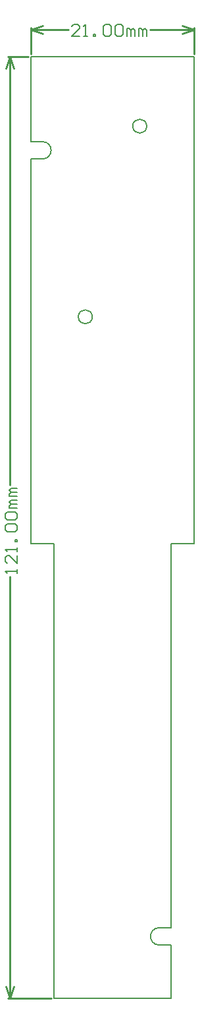
<source format=gko>
%FSLAX25Y25*%
%MOIN*%
G70*
G01*
G75*
G04 Layer_Color=16711935*
%ADD10R,0.03150X0.03937*%
%ADD11R,0.03937X0.03150*%
%ADD12R,0.04724X0.03937*%
%ADD13R,0.01575X0.03937*%
%ADD14R,0.03150X0.03543*%
%ADD15R,0.03150X0.03543*%
%ADD16R,0.02400X0.05906*%
%ADD17R,0.12402X0.08898*%
%ADD18R,0.03937X0.04724*%
%ADD19C,0.05906*%
%ADD20R,0.15748X0.05118*%
%ADD21R,0.03150X0.02559*%
%ADD22R,0.00787X0.02362*%
%ADD23R,0.00787X0.03150*%
%ADD24R,0.02362X0.00787*%
%ADD25R,0.03150X0.00787*%
%ADD26R,0.05118X0.05118*%
%ADD27O,0.01969X0.07874*%
%ADD28R,0.01969X0.07874*%
%ADD29R,0.05906X0.03937*%
%ADD30R,0.05906X0.12992*%
%ADD31R,0.01063X0.07874*%
%ADD32R,0.02362X0.07874*%
%ADD33C,0.01575*%
%ADD34C,0.01000*%
%ADD35C,0.03937*%
%ADD36C,0.00787*%
%ADD37C,0.01181*%
%ADD38R,0.05906X0.05906*%
%ADD39R,0.05906X0.05906*%
%ADD40C,0.01969*%
%ADD41C,0.03150*%
%ADD42C,0.02756*%
%ADD43C,0.00197*%
%ADD44C,0.00500*%
%ADD45C,0.00984*%
%ADD46C,0.00600*%
%ADD47C,0.00709*%
%ADD48C,0.00591*%
%ADD49C,0.00492*%
%ADD50R,0.03950X0.04737*%
%ADD51R,0.04737X0.03950*%
%ADD52R,0.05524X0.04737*%
%ADD53R,0.02375X0.04737*%
%ADD54R,0.03950X0.04343*%
%ADD55R,0.03950X0.04343*%
%ADD56R,0.03200X0.06706*%
%ADD57R,0.13202X0.09698*%
%ADD58R,0.04737X0.05524*%
%ADD59C,0.06706*%
%ADD60R,0.16548X0.05918*%
%ADD61R,0.03950X0.03359*%
%ADD62R,0.01587X0.03162*%
%ADD63R,0.01587X0.03950*%
%ADD64R,0.03162X0.01587*%
%ADD65R,0.03950X0.01587*%
%ADD66R,0.05918X0.05918*%
%ADD67O,0.02769X0.08674*%
%ADD68R,0.02769X0.08674*%
%ADD69R,0.06706X0.04737*%
%ADD70R,0.06706X0.13792*%
%ADD71R,0.01863X0.08674*%
%ADD72R,0.03162X0.08674*%
%ADD73R,0.06706X0.06706*%
%ADD74R,0.06706X0.06706*%
%ADD75C,0.02769*%
%ADD76C,0.03950*%
%ADD77C,0.03556*%
D34*
X82677Y1394D02*
Y14937D01*
X0Y1394D02*
Y14937D01*
X60333Y13937D02*
X82677D01*
X0D02*
X19145D01*
X76677Y15937D02*
X82677Y13937D01*
X76677Y11937D02*
X82677Y13937D01*
X0D02*
X6000Y11937D01*
X0Y13937D02*
X6000Y15937D01*
X-11551Y-476378D02*
X10417D01*
X-11551Y0D02*
X-1394D01*
X-10551Y-476378D02*
Y-262882D01*
Y-216696D02*
Y0D01*
Y-476378D02*
X-8551Y-470378D01*
X-12551D02*
X-10551Y-476378D01*
X-12551Y-6000D02*
X-10551Y0D01*
X-8551Y-6000D01*
D36*
X58662Y-35039D02*
G03*
X58662Y-35039I-3543J0D01*
G01*
X31102Y-131496D02*
G03*
X31102Y-131496I-3543J0D01*
G01*
X5906Y-51575D02*
G03*
X5906Y-42913I0J4331D01*
G01*
X64961Y-440551D02*
G03*
X64961Y-449213I0J-4331D01*
G01*
X0Y0D02*
X82677D01*
X0Y-42913D02*
Y0D01*
X82677Y-246063D02*
Y0D01*
X0Y-42913D02*
X5906D01*
X0Y-51575D02*
X5906D01*
X0Y-246063D02*
Y-51575D01*
Y-246063D02*
X11811D01*
Y-476378D02*
Y-246063D01*
Y-476378D02*
X70866D01*
X70866D02*
Y-449213D01*
X64961D02*
X70866D01*
X64961Y-440551D02*
X70866D01*
Y-246063D01*
X82677D01*
D46*
X24744Y10338D02*
X20745D01*
X24744Y14337D01*
Y15336D01*
X23744Y16336D01*
X21744D01*
X20745Y15336D01*
X26743Y10338D02*
X28742D01*
X27742D01*
Y16336D01*
X26743Y15336D01*
X31741Y10338D02*
Y11338D01*
X32741D01*
Y10338D01*
X31741D01*
X36740Y15336D02*
X37739Y16336D01*
X39739D01*
X40738Y15336D01*
Y11338D01*
X39739Y10338D01*
X37739D01*
X36740Y11338D01*
Y15336D01*
X42738D02*
X43737Y16336D01*
X45737D01*
X46736Y15336D01*
Y11338D01*
X45737Y10338D01*
X43737D01*
X42738Y11338D01*
Y15336D01*
X48736Y10338D02*
Y14337D01*
X49735D01*
X50735Y13337D01*
Y10338D01*
Y13337D01*
X51735Y14337D01*
X52734Y13337D01*
Y10338D01*
X54734D02*
Y14337D01*
X55733D01*
X56733Y13337D01*
Y10338D01*
Y13337D01*
X57733Y14337D01*
X58732Y13337D01*
Y10338D01*
X-6952Y-261282D02*
Y-259283D01*
Y-260282D01*
X-12950D01*
X-11951Y-261282D01*
X-6952Y-252285D02*
Y-256284D01*
X-10951Y-252285D01*
X-11951D01*
X-12950Y-253285D01*
Y-255284D01*
X-11951Y-256284D01*
X-6952Y-250286D02*
Y-248286D01*
Y-249286D01*
X-12950D01*
X-11951Y-250286D01*
X-6952Y-245287D02*
X-7952D01*
Y-244288D01*
X-6952D01*
Y-245287D01*
X-11951Y-240289D02*
X-12950Y-239289D01*
Y-237290D01*
X-11951Y-236290D01*
X-7952D01*
X-6952Y-237290D01*
Y-239289D01*
X-7952Y-240289D01*
X-11951D01*
Y-234291D02*
X-12950Y-233291D01*
Y-231292D01*
X-11951Y-230292D01*
X-7952D01*
X-6952Y-231292D01*
Y-233291D01*
X-7952Y-234291D01*
X-11951D01*
X-6952Y-228293D02*
X-10951D01*
Y-227293D01*
X-9951Y-226293D01*
X-6952D01*
X-9951D01*
X-10951Y-225294D01*
X-9951Y-224294D01*
X-6952D01*
Y-222295D02*
X-10951D01*
Y-221295D01*
X-9951Y-220295D01*
X-6952D01*
X-9951D01*
X-10951Y-219296D01*
X-9951Y-218296D01*
X-6952D01*
M02*

</source>
